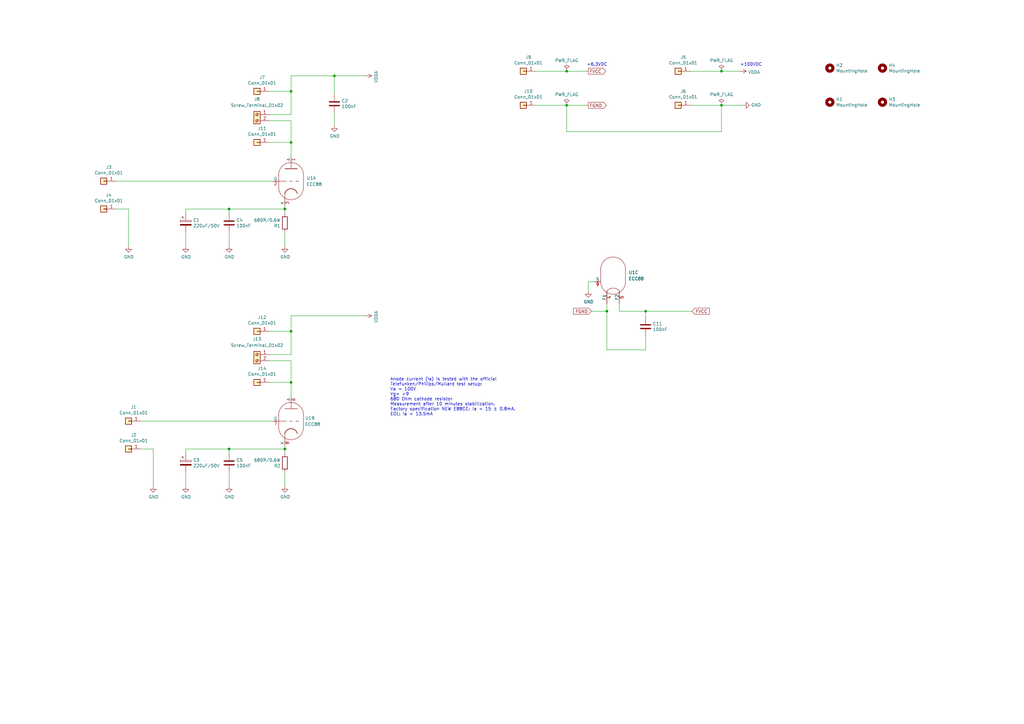
<source format=kicad_sch>
(kicad_sch (version 20231120) (generator "eeschema") (generator_version "8.0")
  (paper "A3")
  (title_block (title "Test Setup ECC88/E88CC") (date "2022-10-12") (rev "V2"))
  (lib_symbols
    (symbol "Connector:Screw_Terminal_01x02" (pin_names (offset 1.016) hide)
      (property "Reference" "J" (at 0 2.54 0))
      (property "Value" "Screw_Terminal_01x02" (at 0 -5.08 0))
      (symbol "Screw_Terminal_01x02_1_1"
        (rectangle (start -1.27 1.27) (end 1.27 -3.81) (stroke (width 0.254)) (fill (type background)))
        (circle (center 0 -2.54) (radius 0.635) (stroke (width 0.1524)))
        (polyline (pts (xy -0.5334 -2.2098) (xy 0.3302 -3.048)) (stroke (width 0.1524)))
        (polyline (pts (xy -0.5334 0.3302) (xy 0.3302 -0.508)) (stroke (width 0.1524)))
        (polyline (pts (xy -0.3556 -2.032) (xy 0.508 -2.8702)) (stroke (width 0.1524)))
        (polyline (pts (xy -0.3556 0.508) (xy 0.508 -0.3302)) (stroke (width 0.1524)))
        (circle (center 0 0) (radius 0.635) (stroke (width 0.1524)))
        (pin passive line (at -5.08 0 0) (length 3.81) (name "Pin_1") (number "1"))
        (pin passive line (at -5.08 -2.54 0) (length 3.81) (name "Pin_2") (number "2"))
      )
    )
    (symbol "Connector_Generic:Conn_01x01" (pin_names (offset 1.016) hide)
      (property "Reference" "J" (at 0 2.54 0))
      (property "Value" "Conn_01x01" (at 0 -2.54 0))
      (symbol "Conn_01x01_1_1"
        (rectangle (start -1.27 0.127) (end 0 -0.127) (stroke (width 0.1524)))
        (rectangle (start -1.27 1.27) (end 1.27 -1.27) (stroke (width 0.254)) (fill (type background)))
        (pin passive line (at -5.08 0 0) (length 3.81) (name "Pin_1") (number "1"))
      )
    )
    (symbol "Device:C" (pin_numbers hide) (pin_names (offset 0.254))
      (property "Reference" "C" (at 0.635 2.54 0))
      (property "Value" "C" (at 0.635 -2.54 0))
      (symbol "C_0_1"
        (polyline (pts (xy -2.032 -0.762) (xy 2.032 -0.762)) (stroke (width 0.508)))
        (polyline (pts (xy -2.032 0.762) (xy 2.032 0.762)) (stroke (width 0.508)))
      )
      (symbol "C_1_1"
        (pin passive line (at 0 3.81 270) (length 2.794) (name "~") (number "1"))
        (pin passive line (at 0 -3.81 90) (length 2.794) (name "~") (number "2"))
      )
    )
    (symbol "Device:C_Polarized" (pin_numbers hide) (pin_names (offset 0.254))
      (property "Reference" "C" (at 0.635 2.54 0))
      (property "Value" "C_Polarized" (at 0.635 -2.54 0))
      (symbol "C_Polarized_0_1"
        (rectangle (start -2.286 0.508) (end 2.286 1.016))
        (polyline (pts (xy -1.778 2.286) (xy -0.762 2.286)))
        (polyline (pts (xy -1.27 2.794) (xy -1.27 1.778)))
        (rectangle (start 2.286 -0.508) (end -2.286 -1.016) (fill (type outline)))
      )
      (symbol "C_Polarized_1_1"
        (pin passive line (at 0 3.81 270) (length 2.794) (name "~") (number "1"))
        (pin passive line (at 0 -3.81 90) (length 2.794) (name "~") (number "2"))
      )
    )
    (symbol "Device:R" (pin_numbers hide) (pin_names (offset 0))
      (property "Reference" "R" (at 2.032 0 90))
      (property "Value" "R" (at 0 0 90))
      (symbol "R_0_1"
        (rectangle (start -1.016 -2.54) (end 1.016 2.54) (stroke (width 0.254)))
      )
      (symbol "R_1_1"
        (pin passive line (at 0 3.81 270) (length 1.27) (name "~") (number "1"))
        (pin passive line (at 0 -3.81 90) (length 1.27) (name "~") (number "2"))
      )
    )
    (symbol "Mechanical:MountingHole" (pin_names (offset 1.016))
      (property "Reference" "H" (at 0 5.08 0))
      (property "Value" "MountingHole" (at 0 3.175 0))
      (symbol "MountingHole_0_1"
        (circle (center 0 0) (radius 1.27) (stroke (width 1.27)))
      )
    )
    (symbol "kicad-snk:ECC88-Shield" (pin_names (offset 0))
      (property "Reference" "U" (at 4.318 7.112 0))
      (property "Value" "ECC88-Shield" (at 5.08 -7.62 0))
      (symbol "ECC88-Shield_0_1"
        (arc (start -5.08 -2.54) (mid 0 -7.5978) (end 5.08 -2.54))
        (polyline (pts (xy -5.08 0) (xy -5.08 -2.54)))
        (polyline (pts (xy -5.08 2.54) (xy -5.08 0)))
        (polyline (pts (xy 5.08 2.54) (xy 5.08 -2.54)))
        (arc (start 5.08 2.54) (mid 0 7.5978) (end -5.08 2.54))
      )
      (symbol "ECC88-Shield_1_0"
        (polyline (pts (xy -2.54 -5.08) (xy -2.54 -7.62)))
        (polyline (pts (xy 0 5.08) (xy 0 7.62)))
      )
      (symbol "ECC88-Shield_1_1"
        (polyline (pts (xy -5.08 0) (xy -3.175 0)))
        (polyline (pts (xy -1.905 0) (xy -3.175 0)) (stroke (width 0.1524)))
        (polyline (pts (xy -0.635 0) (xy 0.635 0)) (stroke (width 0.1524)))
        (polyline (pts (xy 1.905 0) (xy 3.175 0)) (stroke (width 0.1524)))
        (polyline (pts (xy -2.54 5.08) (xy 2.54 5.08) (xy 2.54 5.08)) (stroke (width 0.254)))
        (arc (start 2.54 -5.08) (mid 0 -3.0968) (end -2.54 -5.08) (stroke (width 0.254)))
        (pin output line (at 0 10.16 270) (length 2.54) (name "A") (number "1"))
        (pin input line (at -7.62 0 0) (length 2.54) (name "G") (number "2"))
        (pin bidirectional line (at -2.54 -10.16 90) (length 2.54) (name "K") (number "3"))
      )
      (symbol "ECC88-Shield_2_0"
        (polyline (pts (xy -5.08 0) (xy -3.175 0)))
        (polyline (pts (xy -2.54 -5.08) (xy -2.54 -7.62)))
        (polyline (pts (xy -1.905 0) (xy -3.175 0)) (stroke (width 0.1524)))
        (polyline (pts (xy -0.635 0) (xy 0.635 0)) (stroke (width 0.1524)))
        (polyline (pts (xy 0 5.08) (xy 0 7.62)))
        (polyline (pts (xy 1.905 0) (xy 3.175 0)) (stroke (width 0.1524)))
        (polyline (pts (xy 2.794 5.08) (xy -2.54 5.08) (xy -2.54 5.08)) (stroke (width 0.1524)))
      )
      (symbol "ECC88-Shield_2_1"
        (arc (start 2.54 -5.08) (mid 0 -3.0968) (end -2.54 -5.08) (stroke (width 0.254)))
        (pin output line (at 0 10.16 270) (length 2.54) (name "A") (number "6"))
        (pin input line (at -7.62 0 0) (length 2.54) (name "G") (number "7"))
        (pin bidirectional line (at -2.54 -10.16 90) (length 2.54) (name "K") (number "8"))
      )
      (symbol "ECC88-Shield_3_1"
        (arc (start 2.54 -6.35) (mid 0 -5.1292) (end -2.54 -6.35))
        (pin power_in line (at -2.54 -11.43 90) (length 5.08) (name "F1") (number "4"))
        (pin power_in line (at 2.54 -11.43 90) (length 5.08) (name "F2") (number "5"))
        (pin passive line (at -7.62 -2.54 0) (length 2.54) (name "S") (number "9"))
      )
    )
    (symbol "power:GND" (power) (pin_names (offset 0))
      (property "Value" "GND" (at 0 -3.81 0))
      (symbol "GND_0_1"
        (polyline (pts (xy 0 0) (xy 0 -1.27) (xy 1.27 -1.27) (xy 0 -2.54) (xy -1.27 -1.27) (xy 0 -1.27)))
      )
      (symbol "GND_1_1"
        (pin power_in line (at 0 0 270) (length 0) hide (name "GND") (number "1"))
      )
    )
    (symbol "power:PWR_FLAG" (power) (pin_numbers hide) (pin_names (offset 0) hide)
      (property "Value" "PWR_FLAG" (at 0 3.81 0))
      (symbol "PWR_FLAG_0_0"
        (pin power_out line (at 0 0 90) (length 0) (name "pwr") (number "1"))
      )
      (symbol "PWR_FLAG_0_1"
        (polyline (pts (xy 0 0) (xy 0 1.27) (xy -1.016 1.905) (xy 0 2.54) (xy 1.016 1.905) (xy 0 1.27)))
      )
    )
    (symbol "power:VDDA" (power) (pin_names (offset 0))
      (property "Value" "VDDA" (at 0 3.81 0))
      (symbol "VDDA_0_1"
        (polyline (pts (xy -0.762 1.27) (xy 0 2.54)))
        (polyline (pts (xy 0 0) (xy 0 2.54)))
        (polyline (pts (xy 0 2.54) (xy 0.762 1.27)))
      )
      (symbol "VDDA_1_1"
        (pin power_in line (at 0 0 90) (length 0) hide (name "VDDA") (number "1"))
      )
    )
  )
  (junction (at 248.92 127.635))
  (junction (at 295.91 43.18))
  (junction (at 119.38 156.845))
  (junction (at 264.795 127.635))
  (junction (at 137.16 31.115))
  (junction (at 232.41 43.18))
  (junction (at 295.91 29.21))
  (junction (at 119.38 37.465))
  (junction (at 119.38 135.89))
  (junction (at 93.98 184.15))
  (junction (at 116.84 184.15))
  (junction (at 119.38 58.42))
  (junction (at 232.41 29.21))
  (junction (at 93.98 85.725))
  (junction (at 116.84 85.725))
  (wire (pts (xy 93.98 193.675) (xy 93.98 199.39)))
  (wire (pts (xy 232.41 53.975) (xy 232.41 43.18)))
  (wire (pts (xy 232.41 53.975) (xy 295.91 53.975)))
  (wire (pts (xy 76.2 184.15) (xy 76.2 186.055)))
  (wire (pts (xy 137.16 31.115) (xy 149.86 31.115)))
  (wire (pts (xy 119.38 49.53) (xy 119.38 58.42)))
  (wire (pts (xy 93.98 184.15) (xy 93.98 186.055)))
  (wire (pts (xy 116.84 182.88) (xy 116.84 184.15)))
  (wire (pts (xy 137.16 51.435) (xy 137.16 46.355)))
  (wire (pts (xy 76.2 85.725) (xy 76.2 87.63)))
  (wire (pts (xy 241.3 119.38) (xy 241.3 115.57)))
  (wire (pts (xy 110.49 46.99) (xy 119.38 46.99)))
  (wire (pts (xy 119.38 135.89) (xy 119.38 145.415)))
  (wire (pts (xy 264.795 137.795) (xy 264.795 143.51)))
  (wire (pts (xy 93.98 85.725) (xy 76.2 85.725)))
  (wire (pts (xy 264.795 127.635) (xy 283.845 127.635)))
  (wire (pts (xy 219.71 43.18) (xy 232.41 43.18)))
  (wire (pts (xy 93.98 95.25) (xy 93.98 100.965)))
  (wire (pts (xy 248.92 127.635) (xy 248.92 143.51)))
  (wire (pts (xy 295.91 29.21) (xy 283.21 29.21)))
  (wire (pts (xy 62.865 199.39) (xy 62.865 184.15)))
  (wire (pts (xy 303.53 29.21) (xy 295.91 29.21)))
  (wire (pts (xy 264.795 127.635) (xy 264.795 130.175)))
  (wire (pts (xy 116.84 184.15) (xy 116.84 186.055)))
  (wire (pts (xy 52.705 85.725) (xy 47.625 85.725)))
  (wire (pts (xy 241.3 115.57) (xy 243.84 115.57)))
  (wire (pts (xy 254 127.635) (xy 254 124.46)))
  (wire (pts (xy 76.2 95.25) (xy 76.2 100.965)))
  (wire (pts (xy 110.49 156.845) (xy 119.38 156.845)))
  (wire (pts (xy 119.38 37.465) (xy 119.38 46.99)))
  (wire (pts (xy 62.865 184.15) (xy 57.785 184.15)))
  (wire (pts (xy 119.38 49.53) (xy 110.49 49.53)))
  (wire (pts (xy 57.785 172.72) (xy 111.76 172.72)))
  (wire (pts (xy 283.21 43.18) (xy 295.91 43.18)))
  (wire (pts (xy 232.41 29.21) (xy 241.3 29.21)))
  (wire (pts (xy 110.49 135.89) (xy 119.38 135.89)))
  (wire (pts (xy 47.625 74.295) (xy 111.76 74.295)))
  (wire (pts (xy 295.91 43.18) (xy 304.8 43.18)))
  (wire (pts (xy 137.16 38.735) (xy 137.16 31.115)))
  (wire (pts (xy 116.84 193.675) (xy 116.84 199.39)))
  (wire (pts (xy 52.705 100.965) (xy 52.705 85.725)))
  (wire (pts (xy 248.92 143.51) (xy 264.795 143.51)))
  (wire (pts (xy 254 127.635) (xy 264.795 127.635)))
  (wire (pts (xy 119.38 147.955) (xy 119.38 156.845)))
  (wire (pts (xy 119.38 31.115) (xy 119.38 37.465)))
  (wire (pts (xy 119.38 147.955) (xy 110.49 147.955)))
  (wire (pts (xy 232.41 29.21) (xy 219.71 29.21)))
  (wire (pts (xy 116.84 85.725) (xy 116.84 87.63)))
  (wire (pts (xy 119.38 156.845) (xy 119.38 162.56)))
  (wire (pts (xy 232.41 43.18) (xy 241.3 43.18)))
  (wire (pts (xy 116.84 184.15) (xy 93.98 184.15)))
  (wire (pts (xy 248.92 127.635) (xy 248.92 124.46)))
  (wire (pts (xy 76.2 193.675) (xy 76.2 199.39)))
  (wire (pts (xy 295.91 53.975) (xy 295.91 43.18)))
  (wire (pts (xy 116.84 85.725) (xy 93.98 85.725)))
  (wire (pts (xy 119.38 129.54) (xy 149.86 129.54)))
  (wire (pts (xy 110.49 145.415) (xy 119.38 145.415)))
  (wire (pts (xy 93.98 85.725) (xy 93.98 87.63)))
  (wire (pts (xy 110.49 37.465) (xy 119.38 37.465)))
  (wire (pts (xy 242.57 127.635) (xy 248.92 127.635)))
  (wire (pts (xy 116.84 95.25) (xy 116.84 100.965)))
  (wire (pts (xy 116.84 84.455) (xy 116.84 85.725)))
  (wire (pts (xy 119.38 58.42) (xy 119.38 64.135)))
  (wire (pts (xy 119.38 31.115) (xy 137.16 31.115)))
  (wire (pts (xy 93.98 184.15) (xy 76.2 184.15)))
  (wire (pts (xy 119.38 129.54) (xy 119.38 135.89)))
  (wire (pts (xy 110.49 58.42) (xy 119.38 58.42)))
  (text "+6.3VDC" (at 240.665 27.305 0) (effects (font (size 1.27 1.27)) (justify left bottom)))
  (text "Anode current (Ia) is tested with the official\nTelefunken/Philips/Mullard test setup: \nVa = 100V\nVg= +9\n680 Ohm cathode resistor\nMeasurement after 10 minutes stabilization. \nFactory specification NEW E88CC: Ia = 15 ± 0,8mA.\nEOL: Ia < 13.5mA\n\n" (at 160.02 172.72 0) (effects (font (size 1.27 1.27)) (justify left bottom)))
  (text "+100VDC" (at 303.53 27.305 0) (effects (font (size 1.27 1.27)) (justify left bottom)))
  (global_label "FGND" (shape output) (at 241.3 43.18 0) (property "Intersheetrefs" "${INTERSHEET_REFS}" (effects (hide yes))))
  (global_label "FVCC" (shape output) (at 241.3 29.21 0) (property "Intersheetrefs" "${INTERSHEET_REFS}" (effects (hide yes))))
  (global_label "FGND" (shape input) (at 242.57 127.635 180) (property "Intersheetrefs" "${INTERSHEET_REFS}" (effects (hide yes))))
  (global_label "FVCC" (shape input) (at 283.845 127.635 0) (property "Intersheetrefs" "${INTERSHEET_REFS}" (effects (hide yes))))
  (symbol (lib_id "Connector_Generic:Conn_01x01") (at 42.545 74.295 180) (unit 1)
    (property "Reference" "J3" (at 44.6278 68.58 0))
    (property "Value" "Conn_01x01" (at 44.6278 70.8914 0))
    (property "Footprint" "Connector_Pin:Pin_D1.0mm_L10.0mm" (effects (hide yes)))
  )
  (symbol (lib_id "Connector_Generic:Conn_01x01") (at 42.545 85.725 180) (unit 1)
    (property "Reference" "J4" (at 44.6278 80.01 0))
    (property "Value" "Conn_01x01" (at 44.6278 82.3214 0))
    (property "Footprint" "Connector_Pin:Pin_D1.0mm_L10.0mm" (effects (hide yes)))
  )
  (symbol (lib_id "Connector_Generic:Conn_01x01") (at 278.13 29.21 180) (unit 1)
    (property "Reference" "J5" (at 280.2128 23.495 0))
    (property "Value" "Conn_01x01" (at 280.2128 25.8064 0))
    (property "Footprint" "Connector_Pin:Pin_D1.3mm_L11.0mm" (effects (hide yes)))
  )
  (symbol (lib_id "Connector_Generic:Conn_01x01") (at 278.13 43.18 180) (unit 1)
    (property "Reference" "J6" (at 280.2128 37.465 0))
    (property "Value" "Conn_01x01" (at 280.2128 39.7764 0))
    (property "Footprint" "Connector_Pin:Pin_D1.3mm_L11.0mm" (effects (hide yes)))
  )
  (symbol (lib_id "Mechanical:MountingHole") (at 340.36 27.94 0) (unit 1)
    (property "Reference" "H2" (at 342.9 26.7716 0) (effects (justify left)))
    (property "Value" "MountingHole" (at 342.9 29.083 0) (effects (justify left)))
    (property "Footprint" "MountingHole:MountingHole_3.2mm_M3" (effects (hide yes)))
  )
  (symbol (lib_id "Mechanical:MountingHole") (at 361.95 27.94 0) (unit 1)
    (property "Reference" "H4" (at 364.49 26.7716 0) (effects (justify left)))
    (property "Value" "MountingHole" (at 364.49 29.083 0) (effects (justify left)))
    (property "Footprint" "MountingHole:MountingHole_3.2mm_M3" (effects (hide yes)))
  )
  (symbol (lib_id "Mechanical:MountingHole") (at 340.36 41.91 0) (unit 1)
    (property "Reference" "H1" (at 342.9 40.7416 0) (effects (justify left)))
    (property "Value" "MountingHole" (at 342.9 43.053 0) (effects (justify left)))
    (property "Footprint" "MountingHole:MountingHole_3.2mm_M3" (effects (hide yes)))
  )
  (symbol (lib_id "Mechanical:MountingHole") (at 361.95 41.91 0) (unit 1)
    (property "Reference" "H3" (at 364.49 40.7416 0) (effects (justify left)))
    (property "Value" "MountingHole" (at 364.49 43.053 0) (effects (justify left)))
    (property "Footprint" "MountingHole:MountingHole_3.2mm_M3" (effects (hide yes)))
  )
  (symbol (lib_id "power:PWR_FLAG") (at 295.91 29.21 0) (unit 1)
    (property "Reference" "#FLG04" (effects (hide yes)))
    (property "Value" "PWR_FLAG" (at 295.91 24.8158 0))
  )
  (symbol (lib_id "power:GND") (at 304.8 43.18 90) (unit 1)
    (property "Reference" "#PWR05" (effects (hide yes)))
    (property "Value" "GND" (at 308.0512 43.053 90) (effects (justify right)))
  )
  (symbol (lib_id "power:PWR_FLAG") (at 295.91 43.18 0) (unit 1)
    (property "Reference" "#FLG03" (effects (hide yes)))
    (property "Value" "PWR_FLAG" (at 295.91 38.7858 0))
  )
  (symbol (lib_id "power:VDDA") (at 303.53 29.21 270) (unit 1)
    (property "Reference" "#PWR07" (effects (hide yes)))
    (property "Value" "VDDA" (at 306.7812 29.591 90) (effects (justify left)))
  )
  (symbol (lib_id "Device:C") (at 137.16 42.545 0) (unit 1)
    (property "Reference" "C2" (at 140.081 41.3766 0) (effects (justify left)))
    (property "Value" "100nF" (at 140.081 43.688 0) (effects (justify left)))
    (property "Footprint" "Capacitor_THT:C_Rect_L16.5mm_W5.0mm_P15.00mm_MKT" (effects (hide yes)))
  )
  (symbol (lib_id "power:GND") (at 137.16 51.435 0) (unit 1)
    (property "Reference" "#PWR011" (effects (hide yes)))
    (property "Value" "GND" (at 137.287 55.8292 0))
  )
  (symbol (lib_id "power:GND") (at 52.705 100.965 0) (unit 1)
    (property "Reference" "#PWR03" (effects (hide yes)))
    (property "Value" "GND" (at 52.832 105.3592 0))
  )
  (symbol (lib_id "power:VDDA") (at 149.86 31.115 270) (unit 1)
    (property "Reference" "#PWR013" (effects (hide yes)))
    (property "Value" "VDDA" (at 154.2542 31.496 0))
  )
  (symbol (lib_id "Connector_Generic:Conn_01x01") (at 214.63 29.21 180) (unit 1)
    (property "Reference" "J9" (at 216.7128 23.495 0))
    (property "Value" "Conn_01x01" (at 216.7128 25.8064 0))
    (property "Footprint" "Connector_Pin:Pin_D1.3mm_L11.0mm" (effects (hide yes)))
  )
  (symbol (lib_id "Connector_Generic:Conn_01x01") (at 214.63 43.18 180) (unit 1)
    (property "Reference" "J10" (at 216.7128 37.465 0))
    (property "Value" "Conn_01x01" (at 216.7128 39.7764 0))
    (property "Footprint" "Connector_Pin:Pin_D1.3mm_L11.0mm" (effects (hide yes)))
  )
  (symbol (lib_id "power:PWR_FLAG") (at 232.41 29.21 0) (unit 1)
    (property "Reference" "#FLG01" (effects (hide yes)))
    (property "Value" "PWR_FLAG" (at 232.41 24.8158 0))
  )
  (symbol (lib_id "power:PWR_FLAG") (at 232.41 43.18 0) (unit 1)
    (property "Reference" "#FLG02" (effects (hide yes)))
    (property "Value" "PWR_FLAG" (at 232.41 38.7858 0))
  )
  (symbol (lib_id "Device:C") (at 264.795 133.985 0) (unit 1)
    (property "Reference" "C11" (at 267.716 132.8166 0) (effects (justify left)))
    (property "Value" "100nF" (at 267.716 135.128 0) (effects (justify left)))
    (property "Footprint" "Capacitor_THT:C_Rect_L7.2mm_W2.5mm_P5.00mm_FKS2_FKP2_MKS2_MKP2" (effects (hide yes)))
  )
  (symbol (lib_id "power:GND") (at 62.865 199.39 0) (unit 1)
    (property "Reference" "#PWR0107" (effects (hide yes)))
    (property "Value" "GND" (at 62.992 203.7842 0))
  )
  (symbol (lib_id "Device:C_Polarized") (at 76.2 91.44 0) (unit 1)
    (property "Reference" "C1" (at 79.1972 90.2716 0) (effects (justify left)))
    (property "Value" "220uF/50V" (at 79.1972 92.583 0) (effects (justify left)))
    (property "Footprint" "Capacitor_THT:CP_Radial_D8.0mm_P3.50mm" (effects (hide yes)))
  )
  (symbol (lib_id "Connector:Screw_Terminal_01x02") (at 105.41 46.99 0) (mirror y) (unit 1)
    (property "Reference" "J8" (at 105.41 40.64 0))
    (property "Value" "Screw_Terminal_01x02" (at 105.41 43.18 0))
    (property "Footprint" "TerminalBlock_RND:TerminalBlock_RND_205-00012_1x02_P5.00mm_Horizontal" (effects (hide yes)))
  )
  (symbol (lib_id "Device:C") (at 93.98 189.865 0) (unit 1)
    (property "Reference" "C5" (at 96.901 188.6966 0) (effects (justify left)))
    (property "Value" "100nF" (at 96.901 191.008 0) (effects (justify left)))
    (property "Footprint" "Capacitor_THT:C_Rect_L7.2mm_W2.5mm_P5.00mm_FKS2_FKP2_MKS2_MKP2" (effects (hide yes)))
  )
  (symbol (lib_id "kicad-snk:ECC88-Shield") (at 119.38 74.295 0) (unit 1)
    (property "Reference" "U1" (at 125.73 73.0249 0) (effects (justify left)))
    (property "Value" "ECC88" (at 125.73 75.5649 0) (effects (justify left)))
    (property "Footprint" "w_vacuum:socket_gzc9-b" (effects (hide yes)))
    (property "Datasheet" "http://www.r-type.org/pdfs/ecc88.pdf" (effects (hide yes)))
  )
  (symbol (lib_id "power:GND") (at 241.3 119.38 0) (unit 1)
    (property "Reference" "#PWR0109" (effects (hide yes)))
    (property "Value" "GND" (at 241.427 123.7742 0))
  )
  (symbol (lib_id "power:GND") (at 76.2 100.965 0) (unit 1)
    (property "Reference" "#PWR0103" (effects (hide yes)))
    (property "Value" "GND" (at 76.327 105.3592 0))
  )
  (symbol (lib_id "power:GND") (at 93.98 100.965 0) (unit 1)
    (property "Reference" "#PWR0104" (effects (hide yes)))
    (property "Value" "GND" (at 94.107 105.3592 0))
  )
  (symbol (lib_id "kicad-snk:ECC88-Shield") (at 119.38 172.72 0) (unit 2)
    (property "Reference" "U1" (at 125.095 171.4499 0) (effects (justify left)))
    (property "Value" "ECC88" (at 125.095 173.9899 0) (effects (justify left)))
    (property "Footprint" "w_vacuum:socket_gzc9-b" (effects (hide yes)))
    (property "Datasheet" "http://www.r-type.org/pdfs/ecc88.pdf" (effects (hide yes)))
  )
  (symbol (lib_id "Connector_Generic:Conn_01x01") (at 105.41 135.89 180) (unit 1)
    (property "Reference" "J12" (at 107.4928 130.175 0))
    (property "Value" "Conn_01x01" (at 107.4928 132.4864 0))
    (property "Footprint" "Connector_Pin:Pin_D1.0mm_L10.0mm" (effects (hide yes)))
  )
  (symbol (lib_id "power:GND") (at 116.84 199.39 0) (unit 1)
    (property "Reference" "#PWR0106" (effects (hide yes)))
    (property "Value" "GND" (at 116.967 203.7842 0))
  )
  (symbol (lib_id "Device:R") (at 116.84 189.865 180) (unit 1)
    (property "Reference" "R2" (at 115.062 191.0334 0) (effects (justify left)))
    (property "Value" "680R/0.6W" (at 115.062 188.722 0) (effects (justify left)))
    (property "Footprint" "Resistor_THT:R_Axial_DIN0207_L6.3mm_D2.5mm_P10.16mm_Horizontal" (effects (hide yes)))
  )
  (symbol (lib_id "Device:R") (at 116.84 91.44 180) (unit 1)
    (property "Reference" "R1" (at 115.062 92.6084 0) (effects (justify left)))
    (property "Value" "680R/0.6W" (at 115.062 90.297 0) (effects (justify left)))
    (property "Footprint" "Resistor_THT:R_Axial_DIN0207_L6.3mm_D2.5mm_P10.16mm_Horizontal" (effects (hide yes)))
  )
  (symbol (lib_id "kicad-snk:ECC88-Shield") (at 251.46 113.03 0) (unit 3)
    (property "Reference" "U1" (at 257.81 111.7599 0) (effects (justify left)))
    (property "Value" "ECC88" (at 257.81 114.2999 0) (effects (justify left)))
    (property "Footprint" "w_vacuum:socket_gzc9-b" (effects (hide yes)))
    (property "Datasheet" "http://www.r-type.org/pdfs/ecc88.pdf" (effects (hide yes)))
  )
  (symbol (lib_id "Connector_Generic:Conn_01x01") (at 52.705 172.72 180) (unit 1)
    (property "Reference" "J1" (at 54.7878 167.005 0))
    (property "Value" "Conn_01x01" (at 54.7878 169.3164 0))
    (property "Footprint" "Connector_Pin:Pin_D1.0mm_L10.0mm" (effects (hide yes)))
  )
  (symbol (lib_id "Connector_Generic:Conn_01x01") (at 105.41 156.845 180) (unit 1)
    (property "Reference" "J14" (at 107.4928 151.13 0))
    (property "Value" "Conn_01x01" (at 107.4928 153.4414 0))
    (property "Footprint" "Connector_Pin:Pin_D1.0mm_L10.0mm" (effects (hide yes)))
  )
  (symbol (lib_id "Connector_Generic:Conn_01x01") (at 52.705 184.15 180) (unit 1)
    (property "Reference" "J2" (at 54.7878 178.435 0))
    (property "Value" "Conn_01x01" (at 54.7878 180.7464 0))
    (property "Footprint" "Connector_Pin:Pin_D1.0mm_L10.0mm" (effects (hide yes)))
  )
  (symbol (lib_id "Device:C_Polarized") (at 76.2 189.865 0) (unit 1)
    (property "Reference" "C3" (at 79.1972 188.6966 0) (effects (justify left)))
    (property "Value" "220uF/50V" (at 79.1972 191.008 0) (effects (justify left)))
    (property "Footprint" "Capacitor_THT:CP_Radial_D8.0mm_P3.50mm" (effects (hide yes)))
  )
  (symbol (lib_id "power:GND") (at 93.98 199.39 0) (unit 1)
    (property "Reference" "#PWR0110" (effects (hide yes)))
    (property "Value" "GND" (at 94.107 203.7842 0))
  )
  (symbol (lib_id "power:VDDA") (at 149.86 129.54 270) (unit 1)
    (property "Reference" "#PWR0102" (effects (hide yes)))
    (property "Value" "VDDA" (at 154.2542 129.921 0))
  )
  (symbol (lib_id "Connector:Screw_Terminal_01x02") (at 105.41 145.415 0) (mirror y) (unit 1)
    (property "Reference" "J13" (at 105.41 139.065 0))
    (property "Value" "Screw_Terminal_01x02" (at 105.41 141.605 0))
    (property "Footprint" "TerminalBlock_RND:TerminalBlock_RND_205-00012_1x02_P5.00mm_Horizontal" (effects (hide yes)))
  )
  (symbol (lib_id "power:GND") (at 76.2 199.39 0) (unit 1)
    (property "Reference" "#PWR0108" (effects (hide yes)))
    (property "Value" "GND" (at 76.327 203.7842 0))
  )
  (symbol (lib_id "Device:C") (at 93.98 91.44 0) (unit 1)
    (property "Reference" "C4" (at 96.901 90.2716 0) (effects (justify left)))
    (property "Value" "100nF" (at 96.901 92.583 0) (effects (justify left)))
    (property "Footprint" "Capacitor_THT:C_Rect_L7.2mm_W2.5mm_P5.00mm_FKS2_FKP2_MKS2_MKP2" (effects (hide yes)))
  )
  (symbol (lib_id "Connector_Generic:Conn_01x01") (at 105.41 58.42 180) (unit 1)
    (property "Reference" "J11" (at 107.4928 52.705 0))
    (property "Value" "Conn_01x01" (at 107.4928 55.0164 0))
    (property "Footprint" "Connector_Pin:Pin_D1.0mm_L10.0mm" (effects (hide yes)))
  )
  (symbol (lib_id "Connector_Generic:Conn_01x01") (at 105.41 37.465 180) (unit 1)
    (property "Reference" "J7" (at 107.4928 31.75 0))
    (property "Value" "Conn_01x01" (at 107.4928 34.0614 0))
    (property "Footprint" "Connector_Pin:Pin_D1.0mm_L10.0mm" (effects (hide yes)))
  )
  (symbol (lib_id "power:GND") (at 116.84 100.965 0) (unit 1)
    (property "Reference" "#PWR0105" (effects (hide yes)))
    (property "Value" "GND" (at 116.967 105.3592 0))
  )
)
</source>
